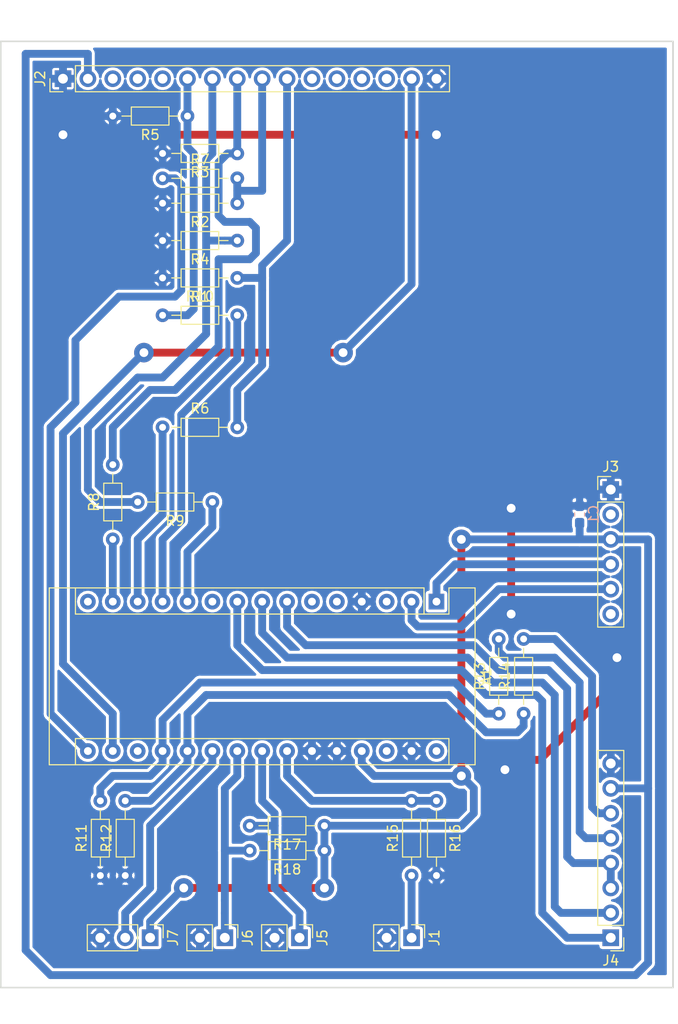
<source format=kicad_pcb>
(kicad_pcb (version 20171130) (host pcbnew 5.1.5-52549c5~84~ubuntu16.04.1)
  (layers (0 F.Cu signal) (31 B.Cu signal) (34 B.Paste user hide) (35 F.Paste user hide) (36 B.SilkS user hide) (37 F.SilkS user) (38 B.Mask user hide) (39 F.Mask user hide) (44 Edge.Cuts user))
  (net 0 "")
  (net 1 /SERIAL_TX)
  (net 2 +3V3)
  (net 3 /SERIAL_RX)
  (net 4 "Net-(A1-Pad18)")
  (net 5 "Net-(A1-Pad3)")
  (net 6 /CURRENT_SENSE_1)
  (net 7 GND)
  (net 8 /CURRENT_SENSE_2)
  (net 9 /RUDDER_SENSE)
  (net 10 /ENGAGE_LED)
  (net 11 /TEMP_CNTRL)
  (net 12 /H_ENABLE)
  (net 13 /TEMP_MOTOR)
  (net 14 /H_RPWM)
  (net 15 /VOLTAGE_SENSE)
  (net 16 /H_LPWM)
  (net 17 /ENDSTOP_STB)
  (net 18 /ENDSTOP_PRT)
  (net 19 +5V)
  (net 20 /RESET)
  (net 21 "Net-(A1-Pad28)")
  (net 22 /CS)
  (net 23 /MOSI)
  (net 24 "Net-(A1-Pad30)")
  (net 25 /MISO)
  (net 26 /SCK)
  (net 27 +BATT)
  (net 28 "Net-(J2-Pad3)")
  (net 29 "Net-(J2-Pad4)")
  (net 30 "Net-(J2-Pad5)")
  (net 31 "Net-(J2-Pad6)")
  (net 32 "Net-(J2-Pad7)")
  (net 33 "Net-(J2-Pad8)")
  (net 34 "Net-(J2-Pad9)")
  (net 35 "Net-(J2-Pad10)")
  (net 36 "Net-(J2-Pad11)")
  (net 37 "Net-(J2-Pad12)")
  (net 38 "Net-(J2-Pad13)")
  (net 39 "Net-(J2-Pad14)")
  (net 40 "Net-(J3-Pad2)")
  (net 41 "Net-(J3-Pad6)")
  (net 42 "Net-(J4-Pad5)")
  (net 43 "Net-(J4-Pad6)")
  (net 44 /A0_DC)
  (module Module:Arduino_Nano (layer F.Cu) (at 105.41 101.6 270)
    (fp_text reference A1 (at 7.62 -5.08 270) (layer F.SilkS))
    (fp_text value Arduino_Nano_v3.x)
    (fp_line (start 1.27 1.27) (end 1.27 -1.27) (layer F.SilkS) (width 0.12))
    (fp_line (start 1.27 -1.27) (end -1.4 -1.27) (layer F.SilkS) (width 0.12))
    (fp_line (start -1.4 1.27) (end -1.4 39.5) (layer F.SilkS) (width 0.12))
    (fp_line (start -1.4 -3.94) (end -1.4 -1.27) (layer F.SilkS) (width 0.12))
    (fp_line (start 13.97 -1.27) (end 16.64 -1.27) (layer F.SilkS) (width 0.12))
    (fp_line (start 13.97 -1.27) (end 13.97 36.83) (layer F.SilkS) (width 0.12))
    (fp_line (start 13.97 36.83) (end 16.64 36.83) (layer F.SilkS) (width 0.12))
    (fp_line (start 1.27 1.27) (end -1.4 1.27) (layer F.SilkS) (width 0.12))
    (fp_line (start 1.27 1.27) (end 1.27 36.83) (layer F.SilkS) (width 0.12))
    (fp_line (start 1.27 36.83) (end -1.4 36.83) (layer F.SilkS) (width 0.12))
    (fp_line (start -1.4 39.5) (end 16.64 39.5) (layer F.SilkS) (width 0.12))
    (fp_line (start 16.64 39.5) (end 16.64 -3.94) (layer F.SilkS) (width 0.12))
    (fp_line (start 16.64 -3.94) (end -1.4 -3.94) (layer F.SilkS) (width 0.12))
    (pad 1 thru_hole rect (at 0 0 270) (size 1.6 1.6) (drill 0.8) (layers *.Cu *.Mask) (net 1 /SERIAL_TX))
    (pad 17 thru_hole oval (at 15.24 33.02 270) (size 1.6 1.6) (drill 0.8) (layers *.Cu *.Mask) (net 2 +3V3))
    (pad 2 thru_hole oval (at 0 2.54 270) (size 1.6 1.6) (drill 0.8) (layers *.Cu *.Mask) (net 3 /SERIAL_RX))
    (pad 18 thru_hole oval (at 15.24 30.48 270) (size 1.6 1.6) (drill 0.8) (layers *.Cu *.Mask) (net 4 "Net-(A1-Pad18)"))
    (pad 3 thru_hole oval (at 0 5.08 270) (size 1.6 1.6) (drill 0.8) (layers *.Cu *.Mask) (net 5 "Net-(A1-Pad3)"))
    (pad 19 thru_hole oval (at 15.24 27.94 270) (size 1.6 1.6) (drill 0.8) (layers *.Cu *.Mask) (net 6 /CURRENT_SENSE_1))
    (pad 4 thru_hole oval (at 0 7.62 270) (size 1.6 1.6) (drill 0.8) (layers *.Cu *.Mask) (net 7 GND))
    (pad 20 thru_hole oval (at 15.24 25.4 270) (size 1.6 1.6) (drill 0.8) (layers *.Cu *.Mask) (net 8 /CURRENT_SENSE_2))
    (pad 5 thru_hole oval (at 0 10.16 270) (size 1.6 1.6) (drill 0.8) (layers *.Cu *.Mask) (net 17 /ENDSTOP_STB))
    (pad 21 thru_hole oval (at 15.24 22.86 270) (size 1.6 1.6) (drill 0.8) (layers *.Cu *.Mask) (net 9 /RUDDER_SENSE))
    (pad 6 thru_hole oval (at 0 12.7 270) (size 1.6 1.6) (drill 0.8) (layers *.Cu *.Mask) (net 18 /ENDSTOP_PRT))
    (pad 22 thru_hole oval (at 15.24 20.32 270) (size 1.6 1.6) (drill 0.8) (layers *.Cu *.Mask) (net 11 /TEMP_CNTRL))
    (pad 7 thru_hole oval (at 0 15.24 270) (size 1.6 1.6) (drill 0.8) (layers *.Cu *.Mask) (net 12 /H_ENABLE))
    (pad 23 thru_hole oval (at 15.24 17.78 270) (size 1.6 1.6) (drill 0.8) (layers *.Cu *.Mask) (net 13 /TEMP_MOTOR))
    (pad 8 thru_hole oval (at 0 17.78 270) (size 1.6 1.6) (drill 0.8) (layers *.Cu *.Mask) (net 14 /H_RPWM))
    (pad 24 thru_hole oval (at 15.24 15.24 270) (size 1.6 1.6) (drill 0.8) (layers *.Cu *.Mask) (net 15 /VOLTAGE_SENSE))
    (pad 9 thru_hole oval (at 0 20.32 270) (size 1.6 1.6) (drill 0.8) (layers *.Cu *.Mask) (net 16 /H_LPWM))
    (pad 25 thru_hole oval (at 15.24 12.7 270) (size 1.6 1.6) (drill 0.8) (layers *.Cu *.Mask) (net 7 GND))
    (pad 10 thru_hole oval (at 0 22.86 270) (size 1.6 1.6) (drill 0.8) (layers *.Cu *.Mask) (net 10 /ENGAGE_LED))
    (pad 26 thru_hole oval (at 15.24 10.16 270) (size 1.6 1.6) (drill 0.8) (layers *.Cu *.Mask) (net 7 GND))
    (pad 11 thru_hole oval (at 0 25.4 270) (size 1.6 1.6) (drill 0.8) (layers *.Cu *.Mask) (net 44 /A0_DC))
    (pad 27 thru_hole oval (at 15.24 7.62 270) (size 1.6 1.6) (drill 0.8) (layers *.Cu *.Mask) (net 19 +5V))
    (pad 12 thru_hole oval (at 0 27.94 270) (size 1.6 1.6) (drill 0.8) (layers *.Cu *.Mask) (net 20 /RESET))
    (pad 28 thru_hole oval (at 15.24 5.08 270) (size 1.6 1.6) (drill 0.8) (layers *.Cu *.Mask) (net 21 "Net-(A1-Pad28)"))
    (pad 13 thru_hole oval (at 0 30.48 270) (size 1.6 1.6) (drill 0.8) (layers *.Cu *.Mask) (net 22 /CS))
    (pad 29 thru_hole oval (at 15.24 2.54 270) (size 1.6 1.6) (drill 0.8) (layers *.Cu *.Mask) (net 7 GND))
    (pad 14 thru_hole oval (at 0 33.02 270) (size 1.6 1.6) (drill 0.8) (layers *.Cu *.Mask) (net 23 /MOSI))
    (pad 30 thru_hole oval (at 15.24 0 270) (size 1.6 1.6) (drill 0.8) (layers *.Cu *.Mask) (net 24 "Net-(A1-Pad30)"))
    (pad 15 thru_hole oval (at 0 35.56 270) (size 1.6 1.6) (drill 0.8) (layers *.Cu *.Mask) (net 25 /MISO))
    (pad 16 thru_hole oval (at 15.24 35.56 270) (size 1.6 1.6) (drill 0.8) (layers *.Cu *.Mask) (net 26 /SCK))
  )
  (module Connector_PinHeader_2.54mm:PinHeader_1x02_P2.54mm_Vertical (layer F.Cu) (at 102.87 135.89 270)
    (fp_text reference J1 (at 0 -2.33 270) (layer F.SilkS))
    (fp_text value Battery)
    (fp_line (start -1.33 3.87) (end 1.33 3.87) (layer F.SilkS) (width 0.12))
    (fp_line (start -1.33 1.27) (end -1.33 3.87) (layer F.SilkS) (width 0.12))
    (fp_line (start 1.33 1.27) (end 1.33 3.87) (layer F.SilkS) (width 0.12))
    (fp_line (start -1.33 1.27) (end 1.33 1.27) (layer F.SilkS) (width 0.12))
    (fp_line (start -1.33 0) (end -1.33 -1.33) (layer F.SilkS) (width 0.12))
    (fp_line (start -1.33 -1.33) (end 0 -1.33) (layer F.SilkS) (width 0.12))
    (pad 1 thru_hole rect (at 0 0 270) (size 1.7 1.7) (drill 1) (layers *.Cu *.Mask) (net 27 +BATT))
    (pad 2 thru_hole oval (at 0 2.54 270) (size 1.7 1.7) (drill 1) (layers *.Cu *.Mask) (net 7 GND))
  )
  (module Connector_PinHeader_2.54mm:PinHeader_1x16_P2.54mm_Vertical (layer F.Cu) (at 67.31 48.26 90)
    (fp_text reference J2 (at 0 -2.33 90) (layer F.SilkS))
    (fp_text value "TFT Display 128x160")
    (fp_line (start -1.33 39.43) (end 1.33 39.43) (layer F.SilkS) (width 0.12))
    (fp_line (start -1.33 1.27) (end -1.33 39.43) (layer F.SilkS) (width 0.12))
    (fp_line (start 1.33 1.27) (end 1.33 39.43) (layer F.SilkS) (width 0.12))
    (fp_line (start -1.33 1.27) (end 1.33 1.27) (layer F.SilkS) (width 0.12))
    (fp_line (start -1.33 0) (end -1.33 -1.33) (layer F.SilkS) (width 0.12))
    (fp_line (start -1.33 -1.33) (end 0 -1.33) (layer F.SilkS) (width 0.12))
    (pad 1 thru_hole rect (at 0 0 90) (size 1.7 1.7) (drill 1) (layers *.Cu *.Mask) (net 7 GND))
    (pad 2 thru_hole oval (at 0 2.54 90) (size 1.7 1.7) (drill 1) (layers *.Cu *.Mask) (net 19 +5V))
    (pad 3 thru_hole oval (at 0 5.08 90) (size 1.7 1.7) (drill 1) (layers *.Cu *.Mask) (net 28 "Net-(J2-Pad3)"))
    (pad 4 thru_hole oval (at 0 7.62 90) (size 1.7 1.7) (drill 1) (layers *.Cu *.Mask) (net 29 "Net-(J2-Pad4)"))
    (pad 5 thru_hole oval (at 0 10.16 90) (size 1.7 1.7) (drill 1) (layers *.Cu *.Mask) (net 30 "Net-(J2-Pad5)"))
    (pad 6 thru_hole oval (at 0 12.7 90) (size 1.7 1.7) (drill 1) (layers *.Cu *.Mask) (net 31 "Net-(J2-Pad6)"))
    (pad 7 thru_hole oval (at 0 15.24 90) (size 1.7 1.7) (drill 1) (layers *.Cu *.Mask) (net 32 "Net-(J2-Pad7)"))
    (pad 8 thru_hole oval (at 0 17.78 90) (size 1.7 1.7) (drill 1) (layers *.Cu *.Mask) (net 33 "Net-(J2-Pad8)"))
    (pad 9 thru_hole oval (at 0 20.32 90) (size 1.7 1.7) (drill 1) (layers *.Cu *.Mask) (net 34 "Net-(J2-Pad9)"))
    (pad 10 thru_hole oval (at 0 22.86 90) (size 1.7 1.7) (drill 1) (layers *.Cu *.Mask) (net 35 "Net-(J2-Pad10)"))
    (pad 11 thru_hole oval (at 0 25.4 90) (size 1.7 1.7) (drill 1) (layers *.Cu *.Mask) (net 36 "Net-(J2-Pad11)"))
    (pad 12 thru_hole oval (at 0 27.94 90) (size 1.7 1.7) (drill 1) (layers *.Cu *.Mask) (net 37 "Net-(J2-Pad12)"))
    (pad 13 thru_hole oval (at 0 30.48 90) (size 1.7 1.7) (drill 1) (layers *.Cu *.Mask) (net 38 "Net-(J2-Pad13)"))
    (pad 14 thru_hole oval (at 0 33.02 90) (size 1.7 1.7) (drill 1) (layers *.Cu *.Mask) (net 39 "Net-(J2-Pad14)"))
    (pad 15 thru_hole oval (at 0 35.56 90) (size 1.7 1.7) (drill 1) (layers *.Cu *.Mask) (net 2 +3V3))
    (pad 16 thru_hole oval (at 0 38.1 90) (size 1.7 1.7) (drill 1) (layers *.Cu *.Mask) (net 7 GND))
  )
  (module Connector_PinHeader_2.54mm:PinHeader_1x06_P2.54mm_Vertical (layer F.Cu) (at 123.19 90.17)
    (fp_text reference J3 (at 0 -2.33) (layer F.SilkS))
    (fp_text value "RS232 and Power")
    (fp_line (start -1.33 14.03) (end 1.33 14.03) (layer F.SilkS) (width 0.12))
    (fp_line (start -1.33 1.27) (end -1.33 14.03) (layer F.SilkS) (width 0.12))
    (fp_line (start 1.33 1.27) (end 1.33 14.03) (layer F.SilkS) (width 0.12))
    (fp_line (start -1.33 1.27) (end 1.33 1.27) (layer F.SilkS) (width 0.12))
    (fp_line (start -1.33 0) (end -1.33 -1.33) (layer F.SilkS) (width 0.12))
    (fp_line (start -1.33 -1.33) (end 0 -1.33) (layer F.SilkS) (width 0.12))
    (pad 1 thru_hole rect (at 0 0) (size 1.7 1.7) (drill 1) (layers *.Cu *.Mask) (net 7 GND))
    (pad 2 thru_hole oval (at 0 2.54) (size 1.7 1.7) (drill 1) (layers *.Cu *.Mask) (net 40 "Net-(J3-Pad2)"))
    (pad 3 thru_hole oval (at 0 5.08) (size 1.7 1.7) (drill 1) (layers *.Cu *.Mask) (net 19 +5V))
    (pad 4 thru_hole oval (at 0 7.62) (size 1.7 1.7) (drill 1) (layers *.Cu *.Mask) (net 1 /SERIAL_TX))
    (pad 5 thru_hole oval (at 0 10.16) (size 1.7 1.7) (drill 1) (layers *.Cu *.Mask) (net 3 /SERIAL_RX))
    (pad 6 thru_hole oval (at 0 12.7) (size 1.7 1.7) (drill 1) (layers *.Cu *.Mask) (net 41 "Net-(J3-Pad6)"))
  )
  (module Connector_PinHeader_2.54mm:PinHeader_1x08_P2.54mm_Vertical (layer F.Cu) (at 123.19 135.89 180)
    (fp_text reference J4 (at 0 -2.33 180) (layer F.SilkS))
    (fp_text value "IBT_2 H-Bridge")
    (fp_line (start -1.33 19.11) (end 1.33 19.11) (layer F.SilkS) (width 0.12))
    (fp_line (start -1.33 1.27) (end -1.33 19.11) (layer F.SilkS) (width 0.12))
    (fp_line (start 1.33 1.27) (end 1.33 19.11) (layer F.SilkS) (width 0.12))
    (fp_line (start -1.33 1.27) (end 1.33 1.27) (layer F.SilkS) (width 0.12))
    (fp_line (start -1.33 0) (end -1.33 -1.33) (layer F.SilkS) (width 0.12))
    (fp_line (start -1.33 -1.33) (end 0 -1.33) (layer F.SilkS) (width 0.12))
    (pad 1 thru_hole rect (at 0 0 180) (size 1.7 1.7) (drill 1) (layers *.Cu *.Mask) (net 16 /H_LPWM))
    (pad 2 thru_hole oval (at 0 2.54 180) (size 1.7 1.7) (drill 1) (layers *.Cu *.Mask) (net 14 /H_RPWM))
    (pad 3 thru_hole oval (at 0 5.08 180) (size 1.7 1.7) (drill 1) (layers *.Cu *.Mask) (net 12 /H_ENABLE))
    (pad 4 thru_hole oval (at 0 7.62 180) (size 1.7 1.7) (drill 1) (layers *.Cu *.Mask) (net 12 /H_ENABLE))
    (pad 5 thru_hole oval (at 0 10.16 180) (size 1.7 1.7) (drill 1) (layers *.Cu *.Mask) (net 42 "Net-(J4-Pad5)"))
    (pad 6 thru_hole oval (at 0 12.7 180) (size 1.7 1.7) (drill 1) (layers *.Cu *.Mask) (net 43 "Net-(J4-Pad6)"))
    (pad 7 thru_hole oval (at 0 15.24 180) (size 1.7 1.7) (drill 1) (layers *.Cu *.Mask) (net 19 +5V))
    (pad 8 thru_hole oval (at 0 17.78 180) (size 1.7 1.7) (drill 1) (layers *.Cu *.Mask) (net 7 GND))
  )
  (module Connector_PinHeader_2.54mm:PinHeader_1x02_P2.54mm_Vertical (layer F.Cu) (at 91.44 135.89 270)
    (fp_text reference J5 (at 0 -2.33 270) (layer F.SilkS))
    (fp_text value "Motor Temperature")
    (fp_line (start -1.33 3.87) (end 1.33 3.87) (layer F.SilkS) (width 0.12))
    (fp_line (start -1.33 1.27) (end -1.33 3.87) (layer F.SilkS) (width 0.12))
    (fp_line (start 1.33 1.27) (end 1.33 3.87) (layer F.SilkS) (width 0.12))
    (fp_line (start -1.33 1.27) (end 1.33 1.27) (layer F.SilkS) (width 0.12))
    (fp_line (start -1.33 0) (end -1.33 -1.33) (layer F.SilkS) (width 0.12))
    (fp_line (start -1.33 -1.33) (end 0 -1.33) (layer F.SilkS) (width 0.12))
    (pad 1 thru_hole rect (at 0 0 270) (size 1.7 1.7) (drill 1) (layers *.Cu *.Mask) (net 13 /TEMP_MOTOR))
    (pad 2 thru_hole oval (at 0 2.54 270) (size 1.7 1.7) (drill 1) (layers *.Cu *.Mask) (net 7 GND))
  )
  (module Connector_PinHeader_2.54mm:PinHeader_1x02_P2.54mm_Vertical (layer F.Cu) (at 83.82 135.89 270)
    (fp_text reference J6 (at 0 -2.33 270) (layer F.SilkS))
    (fp_text value "Controller Temperature")
    (fp_line (start -1.33 -1.33) (end 0 -1.33) (layer F.SilkS) (width 0.12))
    (fp_line (start -1.33 0) (end -1.33 -1.33) (layer F.SilkS) (width 0.12))
    (fp_line (start -1.33 1.27) (end 1.33 1.27) (layer F.SilkS) (width 0.12))
    (fp_line (start 1.33 1.27) (end 1.33 3.87) (layer F.SilkS) (width 0.12))
    (fp_line (start -1.33 1.27) (end -1.33 3.87) (layer F.SilkS) (width 0.12))
    (fp_line (start -1.33 3.87) (end 1.33 3.87) (layer F.SilkS) (width 0.12))
    (pad 2 thru_hole oval (at 0 2.54 270) (size 1.7 1.7) (drill 1) (layers *.Cu *.Mask) (net 7 GND))
    (pad 1 thru_hole rect (at 0 0 270) (size 1.7 1.7) (drill 1) (layers *.Cu *.Mask) (net 11 /TEMP_CNTRL))
  )
  (module Connector_PinHeader_2.54mm:PinHeader_1x03_P2.54mm_Vertical (layer F.Cu) (at 76.2 135.89 270)
    (fp_text reference J7 (at 0 -2.33 270) (layer F.SilkS))
    (fp_text value "Rudder Sensor")
    (fp_line (start -1.33 6.41) (end 1.33 6.41) (layer F.SilkS) (width 0.12))
    (fp_line (start -1.33 1.27) (end -1.33 6.41) (layer F.SilkS) (width 0.12))
    (fp_line (start 1.33 1.27) (end 1.33 6.41) (layer F.SilkS) (width 0.12))
    (fp_line (start -1.33 1.27) (end 1.33 1.27) (layer F.SilkS) (width 0.12))
    (fp_line (start -1.33 0) (end -1.33 -1.33) (layer F.SilkS) (width 0.12))
    (fp_line (start -1.33 -1.33) (end 0 -1.33) (layer F.SilkS) (width 0.12))
    (pad 1 thru_hole rect (at 0 0 270) (size 1.7 1.7) (drill 1) (layers *.Cu *.Mask) (net 19 +5V))
    (pad 2 thru_hole oval (at 0 2.54 270) (size 1.7 1.7) (drill 1) (layers *.Cu *.Mask) (net 9 /RUDDER_SENSE))
    (pad 3 thru_hole oval (at 0 5.08 270) (size 1.7 1.7) (drill 1) (layers *.Cu *.Mask) (net 7 GND))
  )
  (module Resistor_THT:R_Axial_DIN0204_L3.6mm_D1.6mm_P7.62mm_Horizontal (layer F.Cu) (at 85.09 68.58 180)
    (fp_text reference R1 (at 3.81 -1.92 180) (layer F.SilkS))
    (fp_text value 2k2)
    (fp_line (start 1.89 -0.92) (end 1.89 0.92) (layer F.SilkS) (width 0.12))
    (fp_line (start 1.89 0.92) (end 5.73 0.92) (layer F.SilkS) (width 0.12))
    (fp_line (start 5.73 0.92) (end 5.73 -0.92) (layer F.SilkS) (width 0.12))
    (fp_line (start 5.73 -0.92) (end 1.89 -0.92) (layer F.SilkS) (width 0.12))
    (fp_line (start 0.94 0) (end 1.89 0) (layer F.SilkS) (width 0.12))
    (fp_line (start 6.68 0) (end 5.73 0) (layer F.SilkS) (width 0.12))
    (pad 1 thru_hole circle (at 0 0 180) (size 1.4 1.4) (drill 0.7) (layers *.Cu *.Mask) (net 35 "Net-(J2-Pad10)"))
    (pad 2 thru_hole oval (at 7.62 0 180) (size 1.4 1.4) (drill 0.7) (layers *.Cu *.Mask) (net 7 GND))
  )
  (module Resistor_THT:R_Axial_DIN0204_L3.6mm_D1.6mm_P7.62mm_Horizontal (layer F.Cu) (at 85.09 60.96 180)
    (fp_text reference R2 (at 3.81 -1.92 180) (layer F.SilkS))
    (fp_text value 2k2)
    (fp_line (start 6.68 0) (end 5.73 0) (layer F.SilkS) (width 0.12))
    (fp_line (start 0.94 0) (end 1.89 0) (layer F.SilkS) (width 0.12))
    (fp_line (start 5.73 -0.92) (end 1.89 -0.92) (layer F.SilkS) (width 0.12))
    (fp_line (start 5.73 0.92) (end 5.73 -0.92) (layer F.SilkS) (width 0.12))
    (fp_line (start 1.89 0.92) (end 5.73 0.92) (layer F.SilkS) (width 0.12))
    (fp_line (start 1.89 -0.92) (end 1.89 0.92) (layer F.SilkS) (width 0.12))
    (pad 2 thru_hole oval (at 7.62 0 180) (size 1.4 1.4) (drill 0.7) (layers *.Cu *.Mask) (net 7 GND))
    (pad 1 thru_hole circle (at 0 0 180) (size 1.4 1.4) (drill 0.7) (layers *.Cu *.Mask) (net 34 "Net-(J2-Pad9)"))
  )
  (module Resistor_THT:R_Axial_DIN0204_L3.6mm_D1.6mm_P7.62mm_Horizontal (layer F.Cu) (at 85.09 55.88 180)
    (fp_text reference R3 (at 3.81 -1.92 180) (layer F.SilkS))
    (fp_text value 2k2)
    (fp_line (start 1.89 -0.92) (end 1.89 0.92) (layer F.SilkS) (width 0.12))
    (fp_line (start 1.89 0.92) (end 5.73 0.92) (layer F.SilkS) (width 0.12))
    (fp_line (start 5.73 0.92) (end 5.73 -0.92) (layer F.SilkS) (width 0.12))
    (fp_line (start 5.73 -0.92) (end 1.89 -0.92) (layer F.SilkS) (width 0.12))
    (fp_line (start 0.94 0) (end 1.89 0) (layer F.SilkS) (width 0.12))
    (fp_line (start 6.68 0) (end 5.73 0) (layer F.SilkS) (width 0.12))
    (pad 1 thru_hole circle (at 0 0 180) (size 1.4 1.4) (drill 0.7) (layers *.Cu *.Mask) (net 33 "Net-(J2-Pad8)"))
    (pad 2 thru_hole oval (at 7.62 0 180) (size 1.4 1.4) (drill 0.7) (layers *.Cu *.Mask) (net 7 GND))
  )
  (module Resistor_THT:R_Axial_DIN0204_L3.6mm_D1.6mm_P7.62mm_Horizontal (layer F.Cu) (at 85.09 64.77 180)
    (fp_text reference R4 (at 3.81 -1.92 180) (layer F.SilkS))
    (fp_text value 2k2)
    (fp_line (start 6.68 0) (end 5.73 0) (layer F.SilkS) (width 0.12))
    (fp_line (start 0.94 0) (end 1.89 0) (layer F.SilkS) (width 0.12))
    (fp_line (start 5.73 -0.92) (end 1.89 -0.92) (layer F.SilkS) (width 0.12))
    (fp_line (start 5.73 0.92) (end 5.73 -0.92) (layer F.SilkS) (width 0.12))
    (fp_line (start 1.89 0.92) (end 5.73 0.92) (layer F.SilkS) (width 0.12))
    (fp_line (start 1.89 -0.92) (end 1.89 0.92) (layer F.SilkS) (width 0.12))
    (pad 2 thru_hole oval (at 7.62 0 180) (size 1.4 1.4) (drill 0.7) (layers *.Cu *.Mask) (net 7 GND))
    (pad 1 thru_hole circle (at 0 0 180) (size 1.4 1.4) (drill 0.7) (layers *.Cu *.Mask) (net 32 "Net-(J2-Pad7)"))
  )
  (module Resistor_THT:R_Axial_DIN0204_L3.6mm_D1.6mm_P7.62mm_Horizontal (layer F.Cu) (at 80.01 52.07 180)
    (fp_text reference R5 (at 3.81 -1.92 180) (layer F.SilkS))
    (fp_text value 2k2)
    (fp_line (start 1.89 -0.92) (end 1.89 0.92) (layer F.SilkS) (width 0.12))
    (fp_line (start 1.89 0.92) (end 5.73 0.92) (layer F.SilkS) (width 0.12))
    (fp_line (start 5.73 0.92) (end 5.73 -0.92) (layer F.SilkS) (width 0.12))
    (fp_line (start 5.73 -0.92) (end 1.89 -0.92) (layer F.SilkS) (width 0.12))
    (fp_line (start 0.94 0) (end 1.89 0) (layer F.SilkS) (width 0.12))
    (fp_line (start 6.68 0) (end 5.73 0) (layer F.SilkS) (width 0.12))
    (pad 1 thru_hole circle (at 0 0 180) (size 1.4 1.4) (drill 0.7) (layers *.Cu *.Mask) (net 31 "Net-(J2-Pad6)"))
    (pad 2 thru_hole oval (at 7.62 0 180) (size 1.4 1.4) (drill 0.7) (layers *.Cu *.Mask) (net 7 GND))
  )
  (module Resistor_THT:R_Axial_DIN0204_L3.6mm_D1.6mm_P7.62mm_Horizontal (layer F.Cu) (at 77.47 83.82)
    (fp_text reference R6 (at 3.81 -1.92) (layer F.SilkS))
    (fp_text value 1k)
    (fp_line (start 6.68 0) (end 5.73 0) (layer F.SilkS) (width 0.12))
    (fp_line (start 0.94 0) (end 1.89 0) (layer F.SilkS) (width 0.12))
    (fp_line (start 5.73 -0.92) (end 1.89 -0.92) (layer F.SilkS) (width 0.12))
    (fp_line (start 5.73 0.92) (end 5.73 -0.92) (layer F.SilkS) (width 0.12))
    (fp_line (start 1.89 0.92) (end 5.73 0.92) (layer F.SilkS) (width 0.12))
    (fp_line (start 1.89 -0.92) (end 1.89 0.92) (layer F.SilkS) (width 0.12))
    (pad 2 thru_hole oval (at 7.62 0) (size 1.4 1.4) (drill 0.7) (layers *.Cu *.Mask) (net 35 "Net-(J2-Pad10)"))
    (pad 1 thru_hole circle (at 0 0) (size 1.4 1.4) (drill 0.7) (layers *.Cu *.Mask) (net 22 /CS))
  )
  (module Resistor_THT:R_Axial_DIN0204_L3.6mm_D1.6mm_P7.62mm_Horizontal (layer F.Cu) (at 77.47 58.42)
    (fp_text reference R7 (at 3.81 -1.92) (layer F.SilkS))
    (fp_text value 1k)
    (fp_line (start 1.89 -0.92) (end 1.89 0.92) (layer F.SilkS) (width 0.12))
    (fp_line (start 1.89 0.92) (end 5.73 0.92) (layer F.SilkS) (width 0.12))
    (fp_line (start 5.73 0.92) (end 5.73 -0.92) (layer F.SilkS) (width 0.12))
    (fp_line (start 5.73 -0.92) (end 1.89 -0.92) (layer F.SilkS) (width 0.12))
    (fp_line (start 0.94 0) (end 1.89 0) (layer F.SilkS) (width 0.12))
    (fp_line (start 6.68 0) (end 5.73 0) (layer F.SilkS) (width 0.12))
    (pad 1 thru_hole circle (at 0 0) (size 1.4 1.4) (drill 0.7) (layers *.Cu *.Mask) (net 26 /SCK))
    (pad 2 thru_hole oval (at 7.62 0) (size 1.4 1.4) (drill 0.7) (layers *.Cu *.Mask) (net 34 "Net-(J2-Pad9)"))
  )
  (module Resistor_THT:R_Axial_DIN0204_L3.6mm_D1.6mm_P7.62mm_Horizontal (layer F.Cu) (at 72.39 95.25 90)
    (fp_text reference R8 (at 3.81 -1.92 90) (layer F.SilkS))
    (fp_text value 1k)
    (fp_line (start 6.68 0) (end 5.73 0) (layer F.SilkS) (width 0.12))
    (fp_line (start 0.94 0) (end 1.89 0) (layer F.SilkS) (width 0.12))
    (fp_line (start 5.73 -0.92) (end 1.89 -0.92) (layer F.SilkS) (width 0.12))
    (fp_line (start 5.73 0.92) (end 5.73 -0.92) (layer F.SilkS) (width 0.12))
    (fp_line (start 1.89 0.92) (end 5.73 0.92) (layer F.SilkS) (width 0.12))
    (fp_line (start 1.89 -0.92) (end 1.89 0.92) (layer F.SilkS) (width 0.12))
    (pad 2 thru_hole oval (at 7.62 0 90) (size 1.4 1.4) (drill 0.7) (layers *.Cu *.Mask) (net 33 "Net-(J2-Pad8)"))
    (pad 1 thru_hole circle (at 0 0 90) (size 1.4 1.4) (drill 0.7) (layers *.Cu *.Mask) (net 23 /MOSI))
  )
  (module Resistor_THT:R_Axial_DIN0204_L3.6mm_D1.6mm_P7.62mm_Horizontal (layer F.Cu) (at 82.55 91.44 180)
    (fp_text reference R9 (at 3.81 -1.92 180) (layer F.SilkS))
    (fp_text value 1k)
    (fp_line (start 1.89 -0.92) (end 1.89 0.92) (layer F.SilkS) (width 0.12))
    (fp_line (start 1.89 0.92) (end 5.73 0.92) (layer F.SilkS) (width 0.12))
    (fp_line (start 5.73 0.92) (end 5.73 -0.92) (layer F.SilkS) (width 0.12))
    (fp_line (start 5.73 -0.92) (end 1.89 -0.92) (layer F.SilkS) (width 0.12))
    (fp_line (start 0.94 0) (end 1.89 0) (layer F.SilkS) (width 0.12))
    (fp_line (start 6.68 0) (end 5.73 0) (layer F.SilkS) (width 0.12))
    (pad 1 thru_hole circle (at 0 0 180) (size 1.4 1.4) (drill 0.7) (layers *.Cu *.Mask) (net 44 /A0_DC))
    (pad 2 thru_hole oval (at 7.62 0 180) (size 1.4 1.4) (drill 0.7) (layers *.Cu *.Mask) (net 32 "Net-(J2-Pad7)"))
  )
  (module Resistor_THT:R_Axial_DIN0204_L3.6mm_D1.6mm_P7.62mm_Horizontal (layer F.Cu) (at 77.47 72.39)
    (fp_text reference R10 (at 3.81 -1.92) (layer F.SilkS))
    (fp_text value 1k)
    (fp_line (start 6.68 0) (end 5.73 0) (layer F.SilkS) (width 0.12))
    (fp_line (start 0.94 0) (end 1.89 0) (layer F.SilkS) (width 0.12))
    (fp_line (start 5.73 -0.92) (end 1.89 -0.92) (layer F.SilkS) (width 0.12))
    (fp_line (start 5.73 0.92) (end 5.73 -0.92) (layer F.SilkS) (width 0.12))
    (fp_line (start 1.89 0.92) (end 5.73 0.92) (layer F.SilkS) (width 0.12))
    (fp_line (start 1.89 -0.92) (end 1.89 0.92) (layer F.SilkS) (width 0.12))
    (pad 2 thru_hole oval (at 7.62 0) (size 1.4 1.4) (drill 0.7) (layers *.Cu *.Mask) (net 20 /RESET))
    (pad 1 thru_hole circle (at 0 0) (size 1.4 1.4) (drill 0.7) (layers *.Cu *.Mask) (net 31 "Net-(J2-Pad6)"))
  )
  (module Resistor_THT:R_Axial_DIN0204_L3.6mm_D1.6mm_P7.62mm_Horizontal (layer F.Cu) (at 71.12 129.54 90)
    (fp_text reference R11 (at 3.81 -1.92 90) (layer F.SilkS))
    (fp_text value 120k)
    (fp_line (start 1.89 -0.92) (end 1.89 0.92) (layer F.SilkS) (width 0.12))
    (fp_line (start 1.89 0.92) (end 5.73 0.92) (layer F.SilkS) (width 0.12))
    (fp_line (start 5.73 0.92) (end 5.73 -0.92) (layer F.SilkS) (width 0.12))
    (fp_line (start 5.73 -0.92) (end 1.89 -0.92) (layer F.SilkS) (width 0.12))
    (fp_line (start 0.94 0) (end 1.89 0) (layer F.SilkS) (width 0.12))
    (fp_line (start 6.68 0) (end 5.73 0) (layer F.SilkS) (width 0.12))
    (pad 1 thru_hole circle (at 0 0 90) (size 1.4 1.4) (drill 0.7) (layers *.Cu *.Mask) (net 7 GND))
    (pad 2 thru_hole oval (at 7.62 0 90) (size 1.4 1.4) (drill 0.7) (layers *.Cu *.Mask) (net 6 /CURRENT_SENSE_1))
  )
  (module Resistor_THT:R_Axial_DIN0204_L3.6mm_D1.6mm_P7.62mm_Horizontal (layer F.Cu) (at 73.66 129.54 90)
    (fp_text reference R12 (at 3.81 -1.92 90) (layer F.SilkS))
    (fp_text value 120k)
    (fp_line (start 6.68 0) (end 5.73 0) (layer F.SilkS) (width 0.12))
    (fp_line (start 0.94 0) (end 1.89 0) (layer F.SilkS) (width 0.12))
    (fp_line (start 5.73 -0.92) (end 1.89 -0.92) (layer F.SilkS) (width 0.12))
    (fp_line (start 5.73 0.92) (end 5.73 -0.92) (layer F.SilkS) (width 0.12))
    (fp_line (start 1.89 0.92) (end 5.73 0.92) (layer F.SilkS) (width 0.12))
    (fp_line (start 1.89 -0.92) (end 1.89 0.92) (layer F.SilkS) (width 0.12))
    (pad 2 thru_hole oval (at 7.62 0 90) (size 1.4 1.4) (drill 0.7) (layers *.Cu *.Mask) (net 8 /CURRENT_SENSE_2))
    (pad 1 thru_hole circle (at 0 0 90) (size 1.4 1.4) (drill 0.7) (layers *.Cu *.Mask) (net 7 GND))
  )
  (module Resistor_THT:R_Axial_DIN0204_L3.6mm_D1.6mm_P7.62mm_Horizontal (layer F.Cu) (at 111.76 113.03 90)
    (fp_text reference R13 (at 3.81 -1.92 90) (layer F.SilkS))
    (fp_text value 47k)
    (fp_line (start 1.89 -0.92) (end 1.89 0.92) (layer F.SilkS) (width 0.12))
    (fp_line (start 1.89 0.92) (end 5.73 0.92) (layer F.SilkS) (width 0.12))
    (fp_line (start 5.73 0.92) (end 5.73 -0.92) (layer F.SilkS) (width 0.12))
    (fp_line (start 5.73 -0.92) (end 1.89 -0.92) (layer F.SilkS) (width 0.12))
    (fp_line (start 0.94 0) (end 1.89 0) (layer F.SilkS) (width 0.12))
    (fp_line (start 6.68 0) (end 5.73 0) (layer F.SilkS) (width 0.12))
    (pad 1 thru_hole circle (at 0 0 90) (size 1.4 1.4) (drill 0.7) (layers *.Cu *.Mask) (net 6 /CURRENT_SENSE_1))
    (pad 2 thru_hole oval (at 7.62 0 90) (size 1.4 1.4) (drill 0.7) (layers *.Cu *.Mask) (net 42 "Net-(J4-Pad5)"))
  )
  (module Resistor_THT:R_Axial_DIN0204_L3.6mm_D1.6mm_P7.62mm_Horizontal (layer F.Cu) (at 114.3 113.03 90)
    (fp_text reference R14 (at 3.81 -1.92 90) (layer F.SilkS))
    (fp_text value 47k)
    (fp_line (start 6.68 0) (end 5.73 0) (layer F.SilkS) (width 0.12))
    (fp_line (start 0.94 0) (end 1.89 0) (layer F.SilkS) (width 0.12))
    (fp_line (start 5.73 -0.92) (end 1.89 -0.92) (layer F.SilkS) (width 0.12))
    (fp_line (start 5.73 0.92) (end 5.73 -0.92) (layer F.SilkS) (width 0.12))
    (fp_line (start 1.89 0.92) (end 5.73 0.92) (layer F.SilkS) (width 0.12))
    (fp_line (start 1.89 -0.92) (end 1.89 0.92) (layer F.SilkS) (width 0.12))
    (pad 2 thru_hole oval (at 7.62 0 90) (size 1.4 1.4) (drill 0.7) (layers *.Cu *.Mask) (net 43 "Net-(J4-Pad6)"))
    (pad 1 thru_hole circle (at 0 0 90) (size 1.4 1.4) (drill 0.7) (layers *.Cu *.Mask) (net 8 /CURRENT_SENSE_2))
  )
  (module Resistor_THT:R_Axial_DIN0204_L3.6mm_D1.6mm_P7.62mm_Horizontal (layer F.Cu) (at 102.87 129.54 90)
    (fp_text reference R15 (at 3.81 -1.92 90) (layer F.SilkS))
    (fp_text value 22k)
    (fp_line (start 6.68 0) (end 5.73 0) (layer F.SilkS) (width 0.12))
    (fp_line (start 0.94 0) (end 1.89 0) (layer F.SilkS) (width 0.12))
    (fp_line (start 5.73 -0.92) (end 1.89 -0.92) (layer F.SilkS) (width 0.12))
    (fp_line (start 5.73 0.92) (end 5.73 -0.92) (layer F.SilkS) (width 0.12))
    (fp_line (start 1.89 0.92) (end 5.73 0.92) (layer F.SilkS) (width 0.12))
    (fp_line (start 1.89 -0.92) (end 1.89 0.92) (layer F.SilkS) (width 0.12))
    (pad 2 thru_hole oval (at 7.62 0 90) (size 1.4 1.4) (drill 0.7) (layers *.Cu *.Mask) (net 15 /VOLTAGE_SENSE))
    (pad 1 thru_hole circle (at 0 0 90) (size 1.4 1.4) (drill 0.7) (layers *.Cu *.Mask) (net 27 +BATT))
  )
  (module Resistor_THT:R_Axial_DIN0204_L3.6mm_D1.6mm_P7.62mm_Horizontal (layer F.Cu) (at 105.41 121.92 270)
    (fp_text reference R16 (at 3.81 -1.92 270) (layer F.SilkS))
    (fp_text value 4k7)
    (fp_line (start 1.89 -0.92) (end 1.89 0.92) (layer F.SilkS) (width 0.12))
    (fp_line (start 1.89 0.92) (end 5.73 0.92) (layer F.SilkS) (width 0.12))
    (fp_line (start 5.73 0.92) (end 5.73 -0.92) (layer F.SilkS) (width 0.12))
    (fp_line (start 5.73 -0.92) (end 1.89 -0.92) (layer F.SilkS) (width 0.12))
    (fp_line (start 0.94 0) (end 1.89 0) (layer F.SilkS) (width 0.12))
    (fp_line (start 6.68 0) (end 5.73 0) (layer F.SilkS) (width 0.12))
    (pad 1 thru_hole circle (at 0 0 270) (size 1.4 1.4) (drill 0.7) (layers *.Cu *.Mask) (net 15 /VOLTAGE_SENSE))
    (pad 2 thru_hole oval (at 7.62 0 270) (size 1.4 1.4) (drill 0.7) (layers *.Cu *.Mask) (net 7 GND))
  )
  (module Resistor_THT:R_Axial_DIN0204_L3.6mm_D1.6mm_P7.62mm_Horizontal (layer F.Cu) (at 93.98 124.46 180)
    (fp_text reference R17 (at 3.81 -1.92 180) (layer F.SilkS))
    (fp_text value 4k7)
    (fp_line (start 1.89 -0.92) (end 1.89 0.92) (layer F.SilkS) (width 0.12))
    (fp_line (start 1.89 0.92) (end 5.73 0.92) (layer F.SilkS) (width 0.12))
    (fp_line (start 5.73 0.92) (end 5.73 -0.92) (layer F.SilkS) (width 0.12))
    (fp_line (start 5.73 -0.92) (end 1.89 -0.92) (layer F.SilkS) (width 0.12))
    (fp_line (start 0.94 0) (end 1.89 0) (layer F.SilkS) (width 0.12))
    (fp_line (start 6.68 0) (end 5.73 0) (layer F.SilkS) (width 0.12))
    (pad 1 thru_hole circle (at 0 0 180) (size 1.4 1.4) (drill 0.7) (layers *.Cu *.Mask) (net 19 +5V))
    (pad 2 thru_hole oval (at 7.62 0 180) (size 1.4 1.4) (drill 0.7) (layers *.Cu *.Mask) (net 13 /TEMP_MOTOR))
  )
  (module Resistor_THT:R_Axial_DIN0204_L3.6mm_D1.6mm_P7.62mm_Horizontal (layer F.Cu) (at 93.98 127 180)
    (fp_text reference R18 (at 3.81 -1.92 180) (layer F.SilkS))
    (fp_text value 4k7)
    (fp_line (start 6.68 0) (end 5.73 0) (layer F.SilkS) (width 0.12))
    (fp_line (start 0.94 0) (end 1.89 0) (layer F.SilkS) (width 0.12))
    (fp_line (start 5.73 -0.92) (end 1.89 -0.92) (layer F.SilkS) (width 0.12))
    (fp_line (start 5.73 0.92) (end 5.73 -0.92) (layer F.SilkS) (width 0.12))
    (fp_line (start 1.89 0.92) (end 5.73 0.92) (layer F.SilkS) (width 0.12))
    (fp_line (start 1.89 -0.92) (end 1.89 0.92) (layer F.SilkS) (width 0.12))
    (pad 2 thru_hole oval (at 7.62 0 180) (size 1.4 1.4) (drill 0.7) (layers *.Cu *.Mask) (net 11 /TEMP_CNTRL))
    (pad 1 thru_hole circle (at 0 0 180) (size 1.4 1.4) (drill 0.7) (layers *.Cu *.Mask) (net 19 +5V))
  )
  (module Capacitor_SMD:C_0603_1608Metric_Pad1.05x0.95mm_HandSolder (layer B.Cu) (at 120.015 92.71 90)
    (fp_text reference C1 (at 0 1.43 90) (layer B.SilkS) (effects (justify mirror)))
    (fp_text value 100n)
    (fp_line (start -0.171267 0.51) (end 0.171267 0.51) (layer B.SilkS) (width 0.12))
    (fp_line (start -0.171267 -0.51) (end 0.171267 -0.51) (layer B.SilkS) (width 0.12))
    (pad 1 smd roundrect (at -0.875 0 90) (size 1.05 0.95) (layers B.Cu B.Paste B.Mask) (net 19 +5V))
    (pad 2 smd roundrect (at 0.875 0 90) (size 1.05 0.95) (layers B.Cu B.Paste B.Mask) (net 7 GND))
  )
  (gr_line (start 129.54 44.45) (end 60.96 44.45) (layer Edge.Cuts) (width 0.15))
  (gr_line (start 129.54 140.97) (end 129.54 44.45) (layer Edge.Cuts) (width 0.15))
  (gr_line (start 60.96 140.97) (end 129.54 140.97) (layer Edge.Cuts) (width 0.15))
  (gr_line (start 60.96 44.45) (end 60.96 140.97) (layer Edge.Cuts) (width 0.15))
  (segment (start 105.41 101.6) (end 105.41 99.695) (width 0.8) (layer B.Cu) (net 1))
  (segment (start 105.41 99.695) (end 107.315 97.79) (width 0.8) (layer B.Cu) (net 1))
  (segment (start 107.315 97.79) (end 123.19 97.79) (width 0.8) (layer B.Cu) (net 1))
  (segment (start 72.39 116.84) (end 72.39 113.03) (width 0.8) (layer B.Cu) (net 2))
  (segment (start 67.31 107.95) (end 67.31 84.455) (width 0.8) (layer B.Cu) (net 2))
  (segment (start 72.39 113.03) (end 67.31 107.95) (width 0.8) (layer B.Cu) (net 2))
  (segment (start 67.31 84.455) (end 75.565 76.2) (width 0.8) (layer B.Cu) (net 2))
  (segment (start 102.87 48.26) (end 102.87 69.215) (width 0.8) (layer B.Cu) (net 2))
  (segment (start 102.87 69.215) (end 95.885 76.2) (width 0.8) (layer B.Cu) (net 2))
  (segment (start 75.565 76.2) (end 75.565 76.2) (width 0.8) (layer B.Cu) (net 2))
  (via (at 75.565 76.2) (size 2) (drill 0.9) (layers F.Cu B.Cu) (net 2))
  (segment (start 95.885 76.2) (end 95.885 76.2) (width 0.8) (layer B.Cu) (net 2))
  (via (at 95.885 76.2) (size 2) (drill 0.9) (layers F.Cu B.Cu) (net 2))
  (segment (start 75.565 76.2) (end 95.885 76.2) (width 0.8) (layer F.Cu) (net 2))
  (segment (start 102.87 101.6) (end 102.87 103.505) (width 0.8) (layer B.Cu) (net 3))
  (segment (start 102.87 103.505) (end 103.505 104.14) (width 0.8) (layer B.Cu) (net 3))
  (segment (start 103.505 104.14) (end 107.95 104.14) (width 0.8) (layer B.Cu) (net 3))
  (segment (start 107.95 104.14) (end 111.76 100.33) (width 0.8) (layer B.Cu) (net 3))
  (segment (start 111.76 100.33) (end 123.19 100.33) (width 0.8) (layer B.Cu) (net 3))
  (segment (start 77.47 116.84) (end 77.47 118.11) (width 0.8) (layer B.Cu) (net 6))
  (segment (start 77.47 118.11) (end 76.2 119.38) (width 0.8) (layer B.Cu) (net 6))
  (segment (start 76.2 119.38) (end 72.39 119.38) (width 0.8) (layer B.Cu) (net 6))
  (segment (start 72.39 119.38) (end 71.12 120.65) (width 0.8) (layer B.Cu) (net 6))
  (segment (start 71.12 120.65) (end 71.12 121.92) (width 0.8) (layer B.Cu) (net 6))
  (segment (start 110.49 113.03) (end 111.76 113.03) (width 0.8) (layer B.Cu) (net 6))
  (segment (start 107.315 109.855) (end 110.49 113.03) (width 0.8) (layer B.Cu) (net 6))
  (segment (start 81.28 109.855) (end 107.315 109.855) (width 0.8) (layer B.Cu) (net 6))
  (segment (start 77.47 116.84) (end 77.47 113.665) (width 0.8) (layer B.Cu) (net 6))
  (segment (start 77.47 113.665) (end 81.28 109.855) (width 0.8) (layer B.Cu) (net 6))
  (via (at 67.31 53.975) (size 2) (drill 0.9) (layers F.Cu B.Cu) (net 7))
  (via (at 123.825 107.315) (size 2) (drill 0.9) (layers F.Cu B.Cu) (net 7))
  (via (at 112.395 118.745) (size 2) (drill 0.9) (layers F.Cu B.Cu) (net 7))
  (segment (start 123.825 109.855) (end 123.825 107.315) (width 0.8) (layer F.Cu) (net 7))
  (segment (start 115.934999 117.745001) (end 123.825 109.855) (width 0.8) (layer F.Cu) (net 7))
  (segment (start 113.394999 117.745001) (end 115.934999 117.745001) (width 0.8) (layer F.Cu) (net 7))
  (segment (start 112.395 118.745) (end 113.394999 117.745001) (width 0.8) (layer F.Cu) (net 7))
  (via (at 113.03 92.075) (size 2) (drill 0.9) (layers F.Cu B.Cu) (net 7))
  (segment (start 67.31 53.975) (end 105.41 53.975) (width 0.8) (layer F.Cu) (net 7))
  (via (at 105.41 53.975) (size 2) (drill 0.9) (layers F.Cu B.Cu) (net 7))
  (segment (start 113.03 102.87) (end 113.03 92.075) (width 0.8) (layer F.Cu) (net 7))
  (via (at 113.03 102.87) (size 2) (drill 0.9) (layers F.Cu B.Cu) (net 7))
  (segment (start 80.01 116.84) (end 80.01 118.11) (width 0.8) (layer B.Cu) (net 8))
  (segment (start 76.2 121.92) (end 73.66 121.92) (width 0.8) (layer B.Cu) (net 8))
  (segment (start 80.01 118.11) (end 76.2 121.92) (width 0.8) (layer B.Cu) (net 8))
  (segment (start 80.01 116.84) (end 80.01 114.935) (width 0.8) (layer B.Cu) (net 8))
  (segment (start 80.01 113.03) (end 80.01 116.84) (width 0.8) (layer B.Cu) (net 8))
  (segment (start 114.3 114.3) (end 113.665 114.935) (width 0.8) (layer B.Cu) (net 8))
  (segment (start 114.3 113.03) (end 114.3 114.3) (width 0.8) (layer B.Cu) (net 8))
  (segment (start 113.665 114.935) (end 110.49 114.935) (width 0.8) (layer B.Cu) (net 8))
  (segment (start 110.49 114.935) (end 106.68 111.125) (width 0.8) (layer B.Cu) (net 8))
  (segment (start 106.68 111.125) (end 81.915 111.125) (width 0.8) (layer B.Cu) (net 8))
  (segment (start 81.915 111.125) (end 80.01 113.03) (width 0.8) (layer B.Cu) (net 8))
  (segment (start 73.66 133.35) (end 73.66 135.89) (width 0.8) (layer B.Cu) (net 9))
  (segment (start 76.2 130.81) (end 73.66 133.35) (width 0.8) (layer B.Cu) (net 9))
  (segment (start 76.2 124.46) (end 76.2 130.81) (width 0.8) (layer B.Cu) (net 9))
  (segment (start 82.55 116.84) (end 82.55 118.11) (width 0.8) (layer B.Cu) (net 9))
  (segment (start 82.55 118.11) (end 76.2 124.46) (width 0.8) (layer B.Cu) (net 9))
  (segment (start 83.82 133.35) (end 83.82 135.89) (width 0.8) (layer B.Cu) (net 11))
  (segment (start 86.36 127) (end 83.82 127) (width 0.8) (layer B.Cu) (net 11))
  (segment (start 83.82 132.08) (end 83.82 133.35) (width 0.8) (layer B.Cu) (net 11))
  (segment (start 83.82 120.65) (end 83.82 132.08) (width 0.8) (layer B.Cu) (net 11))
  (segment (start 85.09 116.84) (end 85.09 119.38) (width 0.8) (layer B.Cu) (net 11))
  (segment (start 85.09 119.38) (end 83.82 120.65) (width 0.8) (layer B.Cu) (net 11))
  (segment (start 123.19 130.81) (end 123.19 128.27) (width 0.8) (layer B.Cu) (net 12))
  (segment (start 92.075 106.045) (end 90.17 104.14) (width 0.8) (layer B.Cu) (net 12))
  (segment (start 109.22 106.045) (end 92.075 106.045) (width 0.8) (layer B.Cu) (net 12))
  (segment (start 119.38 128.27) (end 118.745 127.635) (width 0.8) (layer B.Cu) (net 12))
  (segment (start 123.19 128.27) (end 119.38 128.27) (width 0.8) (layer B.Cu) (net 12))
  (segment (start 90.17 104.14) (end 90.17 101.6) (width 0.8) (layer B.Cu) (net 12))
  (segment (start 118.745 127.635) (end 118.745 110.49) (width 0.8) (layer B.Cu) (net 12))
  (segment (start 118.745 110.49) (end 116.84 108.585) (width 0.8) (layer B.Cu) (net 12))
  (segment (start 116.84 108.585) (end 111.76 108.585) (width 0.8) (layer B.Cu) (net 12))
  (segment (start 111.76 108.585) (end 109.22 106.045) (width 0.8) (layer B.Cu) (net 12))
  (segment (start 88.9 123.19) (end 87.63 121.92) (width 0.8) (layer B.Cu) (net 13))
  (segment (start 87.63 121.92) (end 87.63 116.84) (width 0.8) (layer B.Cu) (net 13))
  (segment (start 86.36 124.46) (end 88.9 124.46) (width 0.8) (layer B.Cu) (net 13))
  (segment (start 88.9 124.46) (end 88.9 123.19) (width 0.8) (layer B.Cu) (net 13))
  (segment (start 88.9 130.81) (end 88.9 124.46) (width 0.8) (layer B.Cu) (net 13))
  (segment (start 91.44 135.89) (end 91.44 133.35) (width 0.8) (layer B.Cu) (net 13))
  (segment (start 91.44 133.35) (end 88.9 130.81) (width 0.8) (layer B.Cu) (net 13))
  (segment (start 108.585 107.315) (end 90.17 107.315) (width 0.8) (layer B.Cu) (net 14))
  (segment (start 87.63 104.775) (end 87.63 101.6) (width 0.8) (layer B.Cu) (net 14))
  (segment (start 118.11 133.35) (end 117.475 132.715) (width 0.8) (layer B.Cu) (net 14))
  (segment (start 90.17 107.315) (end 87.63 104.775) (width 0.8) (layer B.Cu) (net 14))
  (segment (start 123.19 133.35) (end 118.11 133.35) (width 0.8) (layer B.Cu) (net 14))
  (segment (start 117.475 132.715) (end 117.475 111.125) (width 0.8) (layer B.Cu) (net 14))
  (segment (start 117.475 111.125) (end 116.205 109.855) (width 0.8) (layer B.Cu) (net 14))
  (segment (start 116.205 109.855) (end 111.125 109.855) (width 0.8) (layer B.Cu) (net 14))
  (segment (start 111.125 109.855) (end 108.585 107.315) (width 0.8) (layer B.Cu) (net 14))
  (segment (start 90.17 119.38) (end 90.17 116.84) (width 0.8) (layer B.Cu) (net 15))
  (segment (start 92.71 121.92) (end 90.17 119.38) (width 0.8) (layer B.Cu) (net 15))
  (segment (start 92.71 121.92) (end 102.87 121.92) (width 0.8) (layer B.Cu) (net 15))
  (segment (start 105.41 121.92) (end 102.87 121.92) (width 0.8) (layer B.Cu) (net 15))
  (segment (start 85.09 102.73137) (end 85.09 101.6) (width 0.8) (layer B.Cu) (net 16))
  (segment (start 85.09 106.045) (end 85.09 102.73137) (width 0.8) (layer B.Cu) (net 16))
  (segment (start 87.63 108.585) (end 85.09 106.045) (width 0.8) (layer B.Cu) (net 16))
  (segment (start 107.95 108.585) (end 87.63 108.585) (width 0.8) (layer B.Cu) (net 16))
  (segment (start 118.745 135.89) (end 116.205 133.35) (width 0.8) (layer B.Cu) (net 16))
  (segment (start 123.19 135.89) (end 118.745 135.89) (width 0.8) (layer B.Cu) (net 16))
  (segment (start 116.205 133.35) (end 116.205 111.76) (width 0.8) (layer B.Cu) (net 16))
  (segment (start 116.205 111.76) (end 115.57 111.125) (width 0.8) (layer B.Cu) (net 16))
  (segment (start 115.57 111.125) (end 110.49 111.125) (width 0.8) (layer B.Cu) (net 16))
  (segment (start 110.49 111.125) (end 107.95 108.585) (width 0.8) (layer B.Cu) (net 16))
  (segment (start 93.98 124.46) (end 93.98 127) (width 0.8) (layer B.Cu) (net 19))
  (segment (start 97.79 116.84) (end 97.79 118.11) (width 0.8) (layer B.Cu) (net 19))
  (segment (start 97.79 118.11) (end 99.06 119.38) (width 0.8) (layer B.Cu) (net 19))
  (segment (start 99.06 119.38) (end 107.95 119.38) (width 0.8) (layer B.Cu) (net 19))
  (segment (start 107.95 119.38) (end 109.22 120.65) (width 0.8) (layer B.Cu) (net 19))
  (segment (start 109.22 120.65) (end 109.22 123.19) (width 0.8) (layer B.Cu) (net 19))
  (segment (start 109.22 123.19) (end 107.95 124.46) (width 0.8) (layer B.Cu) (net 19))
  (segment (start 107.95 124.46) (end 93.98 124.46) (width 0.8) (layer B.Cu) (net 19))
  (segment (start 76.2 134.24) (end 79.63 130.81) (width 0.8) (layer B.Cu) (net 19))
  (segment (start 76.2 135.89) (end 76.2 134.24) (width 0.8) (layer B.Cu) (net 19))
  (segment (start 79.63 130.81) (end 79.63 130.81) (width 0.8) (layer B.Cu) (net 19))
  (via (at 79.63 130.81) (size 2) (drill 0.9) (layers F.Cu B.Cu) (net 19))
  (segment (start 79.63 130.81) (end 93.98 130.81) (width 0.8) (layer F.Cu) (net 19))
  (segment (start 93.98 130.81) (end 93.98 130.81) (width 0.8) (layer F.Cu) (net 19))
  (via (at 93.98 130.81) (size 2) (drill 0.9) (layers F.Cu B.Cu) (net 19))
  (segment (start 93.98 130.81) (end 93.98 127) (width 0.8) (layer B.Cu) (net 19))
  (segment (start 123.19 95.25) (end 120.015 95.25) (width 0.8) (layer B.Cu) (net 19))
  (segment (start 120.015 93.585) (end 120.015 95.25) (width 0.8) (layer B.Cu) (net 19))
  (segment (start 127 120.65) (end 123.19 120.65) (width 0.8) (layer B.Cu) (net 19))
  (segment (start 123.19 95.25) (end 127 95.25) (width 0.8) (layer B.Cu) (net 19))
  (segment (start 127 95.25) (end 127 120.65) (width 0.8) (layer B.Cu) (net 19))
  (segment (start 120.015 95.25) (end 107.95 95.25) (width 0.8) (layer B.Cu) (net 19))
  (segment (start 107.95 95.25) (end 107.95 95.25) (width 0.8) (layer B.Cu) (net 19))
  (via (at 107.95 95.25) (size 2) (drill 0.9) (layers F.Cu B.Cu) (net 19))
  (segment (start 107.95 119.38) (end 107.95 119.38) (width 0.8) (layer B.Cu) (net 19))
  (via (at 107.95 119.38) (size 2) (drill 0.9) (layers F.Cu B.Cu) (net 19))
  (segment (start 107.95 95.25) (end 107.95 119.38) (width 0.8) (layer F.Cu) (net 19))
  (segment (start 69.85 45.72) (end 63.5 45.72) (width 0.8) (layer B.Cu) (net 19))
  (segment (start 69.85 48.26) (end 69.85 45.72) (width 0.8) (layer B.Cu) (net 19))
  (segment (start 63.5 45.72) (end 63.5 137.16) (width 0.8) (layer B.Cu) (net 19))
  (segment (start 63.5 137.16) (end 66.04 139.7) (width 0.8) (layer B.Cu) (net 19))
  (segment (start 66.04 139.7) (end 125.73 139.7) (width 0.8) (layer B.Cu) (net 19))
  (segment (start 127 138.43) (end 127 120.65) (width 0.8) (layer B.Cu) (net 19))
  (segment (start 125.73 139.7) (end 127 138.43) (width 0.8) (layer B.Cu) (net 19))
  (segment (start 85.09 76.835) (end 85.09 72.39) (width 0.8) (layer B.Cu) (net 20))
  (segment (start 79.375 82.55) (end 85.09 76.835) (width 0.8) (layer B.Cu) (net 20))
  (segment (start 79.375 93.345) (end 79.375 82.55) (width 0.8) (layer B.Cu) (net 20))
  (segment (start 77.47 101.6) (end 77.47 95.25) (width 0.8) (layer B.Cu) (net 20))
  (segment (start 77.47 95.25) (end 79.375 93.345) (width 0.8) (layer B.Cu) (net 20))
  (segment (start 74.93 95.25) (end 74.93 101.6) (width 0.8) (layer B.Cu) (net 22))
  (segment (start 77.47 83.82) (end 77.47 92.71) (width 0.8) (layer B.Cu) (net 22))
  (segment (start 77.47 92.71) (end 74.93 95.25) (width 0.8) (layer B.Cu) (net 22))
  (segment (start 72.39 95.25) (end 72.39 101.6) (width 0.8) (layer B.Cu) (net 23))
  (segment (start 66.04 83.82) (end 66.04 113.03) (width 0.8) (layer B.Cu) (net 26))
  (segment (start 68.58 81.28) (end 66.04 83.82) (width 0.8) (layer B.Cu) (net 26))
  (segment (start 68.58 74.93) (end 68.58 81.28) (width 0.8) (layer B.Cu) (net 26))
  (segment (start 66.04 113.03) (end 69.85 116.84) (width 0.8) (layer B.Cu) (net 26))
  (segment (start 78.74 58.42) (end 79.375 59.055) (width 0.8) (layer B.Cu) (net 26))
  (segment (start 77.47 58.42) (end 78.74 58.42) (width 0.8) (layer B.Cu) (net 26))
  (segment (start 79.375 59.055) (end 79.375 69.85) (width 0.8) (layer B.Cu) (net 26))
  (segment (start 79.375 69.85) (end 78.74 70.485) (width 0.8) (layer B.Cu) (net 26))
  (segment (start 78.74 70.485) (end 73.025 70.485) (width 0.8) (layer B.Cu) (net 26))
  (segment (start 73.025 70.485) (end 68.58 74.93) (width 0.8) (layer B.Cu) (net 26))
  (segment (start 102.87 135.89) (end 102.87 129.54) (width 0.8) (layer B.Cu) (net 27))
  (segment (start 80.01 48.26) (end 80.01 52.07) (width 0.8) (layer B.Cu) (net 31))
  (segment (start 80.01 52.07) (end 80.01 55.245) (width 0.8) (layer B.Cu) (net 31))
  (segment (start 80.01 55.245) (end 80.645 55.88) (width 0.8) (layer B.Cu) (net 31))
  (segment (start 80.645 55.88) (end 80.645 71.755) (width 0.8) (layer B.Cu) (net 31))
  (segment (start 80.01 72.39) (end 77.47 72.39) (width 0.8) (layer B.Cu) (net 31))
  (segment (start 80.645 71.755) (end 80.01 72.39) (width 0.8) (layer B.Cu) (net 31))
  (segment (start 83.82 64.77) (end 85.09 64.77) (width 0.8) (layer B.Cu) (net 32))
  (segment (start 81.915 56.515) (end 81.915 62.865) (width 0.8) (layer B.Cu) (net 32))
  (segment (start 82.55 48.26) (end 82.55 55.88) (width 0.8) (layer B.Cu) (net 32))
  (segment (start 82.55 55.88) (end 81.915 56.515) (width 0.8) (layer B.Cu) (net 32))
  (segment (start 83.82 64.77) (end 81.915 64.77) (width 0.8) (layer B.Cu) (net 32))
  (segment (start 81.915 64.77) (end 81.915 62.865) (width 0.8) (layer B.Cu) (net 32))
  (segment (start 81.915 74.295) (end 81.915 64.77) (width 0.8) (layer B.Cu) (net 32))
  (segment (start 71.12 91.44) (end 69.85 90.17) (width 0.8) (layer B.Cu) (net 32))
  (segment (start 74.93 91.44) (end 71.12 91.44) (width 0.8) (layer B.Cu) (net 32))
  (segment (start 69.85 90.17) (end 69.85 83.82) (width 0.8) (layer B.Cu) (net 32))
  (segment (start 69.85 83.82) (end 74.93 78.74) (width 0.8) (layer B.Cu) (net 32))
  (segment (start 74.93 78.74) (end 77.47 78.74) (width 0.8) (layer B.Cu) (net 32))
  (segment (start 77.47 78.74) (end 81.915 74.295) (width 0.8) (layer B.Cu) (net 32))
  (segment (start 85.09 48.26) (end 85.09 55.88) (width 0.8) (layer B.Cu) (net 33))
  (segment (start 76.2 80.01) (end 72.39 83.82) (width 0.8) (layer B.Cu) (net 33))
  (segment (start 78.74 80.01) (end 76.2 80.01) (width 0.8) (layer B.Cu) (net 33))
  (segment (start 83.185 75.565) (end 78.74 80.01) (width 0.8) (layer B.Cu) (net 33))
  (segment (start 83.185 66.675) (end 83.185 75.565) (width 0.8) (layer B.Cu) (net 33))
  (segment (start 86.36 66.675) (end 83.185 66.675) (width 0.8) (layer B.Cu) (net 33))
  (segment (start 86.995 63.5) (end 86.995 66.04) (width 0.8) (layer B.Cu) (net 33))
  (segment (start 72.39 83.82) (end 72.39 87.63) (width 0.8) (layer B.Cu) (net 33))
  (segment (start 84.100051 55.88) (end 83.185 56.795051) (width 0.8) (layer B.Cu) (net 33))
  (segment (start 83.185 56.795051) (end 83.185 62.23) (width 0.8) (layer B.Cu) (net 33))
  (segment (start 86.995 66.04) (end 86.36 66.675) (width 0.8) (layer B.Cu) (net 33))
  (segment (start 83.185 62.23) (end 83.82 62.865) (width 0.8) (layer B.Cu) (net 33))
  (segment (start 85.09 55.88) (end 84.100051 55.88) (width 0.8) (layer B.Cu) (net 33))
  (segment (start 83.82 62.865) (end 86.36 62.865) (width 0.8) (layer B.Cu) (net 33))
  (segment (start 86.36 62.865) (end 86.995 63.5) (width 0.8) (layer B.Cu) (net 33))
  (segment (start 87.63 48.26) (end 87.63 59.69) (width 0.8) (layer B.Cu) (net 34))
  (segment (start 87.63 59.69) (end 85.09 59.69) (width 0.8) (layer B.Cu) (net 34))
  (segment (start 85.09 59.69) (end 85.09 58.42) (width 0.8) (layer B.Cu) (net 34))
  (segment (start 85.09 60.96) (end 85.09 59.69) (width 0.8) (layer B.Cu) (net 34))
  (segment (start 85.09 80.01) (end 85.09 83.82) (width 0.8) (layer B.Cu) (net 35))
  (segment (start 87.63 77.47) (end 85.09 80.01) (width 0.8) (layer B.Cu) (net 35))
  (segment (start 90.17 48.26) (end 90.17 64.77) (width 0.8) (layer B.Cu) (net 35))
  (segment (start 90.17 64.77) (end 87.63 67.31) (width 0.8) (layer B.Cu) (net 35))
  (segment (start 87.63 69.85) (end 87.63 77.47) (width 0.8) (layer B.Cu) (net 35))
  (segment (start 85.09 68.58) (end 87.63 68.58) (width 0.8) (layer B.Cu) (net 35))
  (segment (start 87.63 67.31) (end 87.63 68.58) (width 0.8) (layer B.Cu) (net 35))
  (segment (start 87.63 68.58) (end 87.63 69.85) (width 0.8) (layer B.Cu) (net 35))
  (segment (start 123.19 125.73) (end 120.65 125.73) (width 0.8) (layer B.Cu) (net 42))
  (segment (start 120.65 125.73) (end 120.015 125.095) (width 0.8) (layer B.Cu) (net 42))
  (segment (start 120.015 125.095) (end 120.015 109.855) (width 0.8) (layer B.Cu) (net 42))
  (segment (start 120.015 109.855) (end 117.475 107.315) (width 0.8) (layer B.Cu) (net 42))
  (segment (start 117.475 107.315) (end 112.395 107.315) (width 0.8) (layer B.Cu) (net 42))
  (segment (start 111.76 106.68) (end 111.76 105.41) (width 0.8) (layer B.Cu) (net 42))
  (segment (start 112.395 107.315) (end 111.76 106.68) (width 0.8) (layer B.Cu) (net 42))
  (segment (start 123.19 123.19) (end 121.92 123.19) (width 0.8) (layer B.Cu) (net 43))
  (segment (start 121.92 123.19) (end 121.285 122.555) (width 0.8) (layer B.Cu) (net 43))
  (segment (start 121.285 122.555) (end 121.285 109.22) (width 0.8) (layer B.Cu) (net 43))
  (segment (start 121.285 109.22) (end 117.475 105.41) (width 0.8) (layer B.Cu) (net 43))
  (segment (start 117.475 105.41) (end 114.3 105.41) (width 0.8) (layer B.Cu) (net 43))
  (segment (start 80.01 101.6) (end 80.01 96.52) (width 0.8) (layer B.Cu) (net 44))
  (segment (start 82.55 93.98) (end 82.55 91.44) (width 0.8) (layer B.Cu) (net 44))
  (segment (start 80.01 96.52) (end 82.55 93.98) (width 0.8) (layer B.Cu) (net 44))
  (zone (net 7) (net_name GND) (layer B.Cu) (connect_pads (clearance 0.25)) (min_thickness 0.25) (fill yes (arc_segments 16) (thermal_gap 0.25) (thermal_bridge_width 0.8))
    (polygon (pts (xy 128.905 139.7) (xy 128.905 45.085) (xy 61.595 45.085) (xy 61.595 139.7)))
  )
)
</source>
